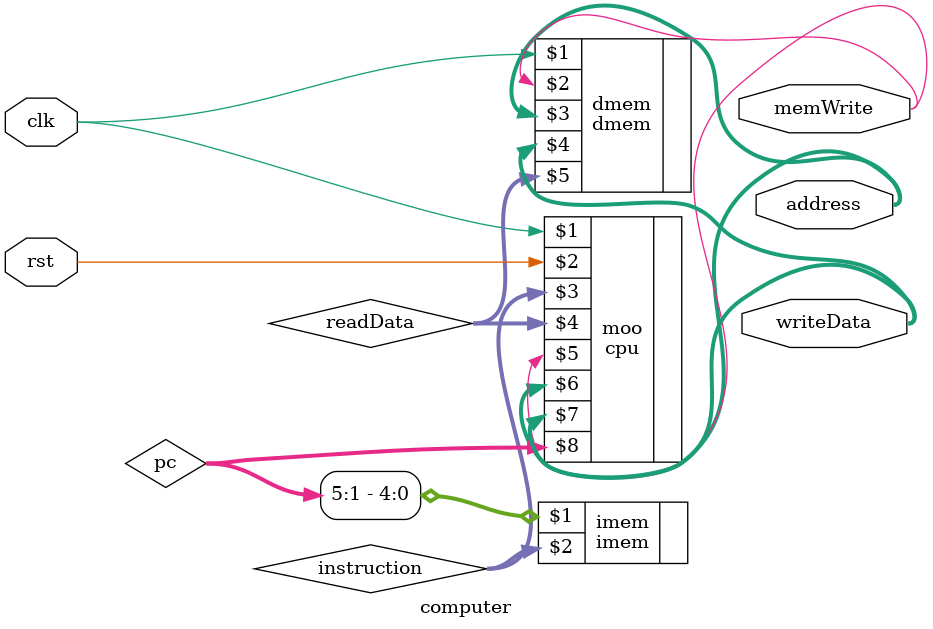
<source format=sv>
`ifndef COMPUTER
`define COMPUTER
`timescale 1ns/100ps

`include "../cpu/cpu.sv"
`include "../imem/imem.sv"
`include "../dmem/dmem.sv"

module computer (
    input logic clk, rst,
    output logic [15:0] writeData, address,
    output logic memWrite
    );
    logic [15:0] instruction, readData, pc;

    cpu moo(
        clk,
        rst,
        instruction,
        readData,
        memWrite,
        address,
        writeData,
        pc
    );
    imem imem(
        pc[5:1],
        instruction
    );
    dmem dmem(
        clk,
        memWrite,
        address,
        writeData,
        readData
    );
endmodule

`endif

</source>
